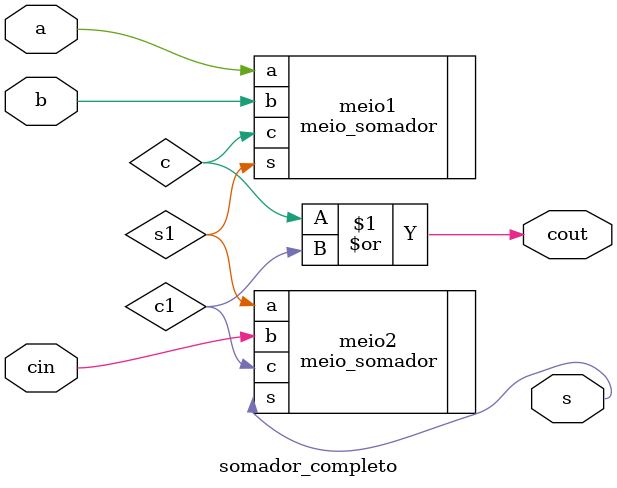
<source format=v>
module somador_completo (
    input a,
    input b,
    input cin,
    output s,
    output cout
);

wire c, s1, c1;

meio_somador meio1(
    .a(a),
    .b(b),
    .s(s1),
    .c(c)
);

meio_somador meio2(
    .a(s1),
    .b(cin),
    .s(s),
    .c(c1)
);

assign cout = c | c1;

endmodule

</source>
